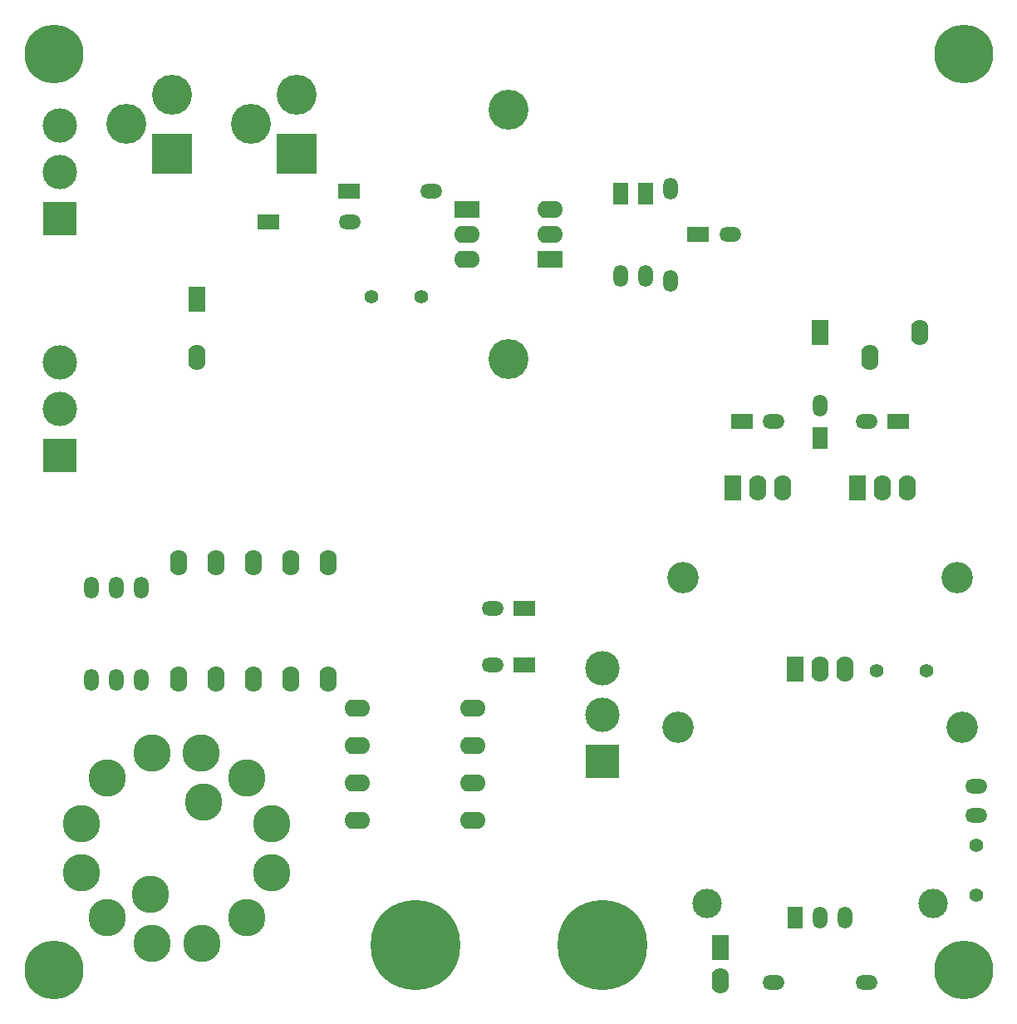
<source format=gts>
G04 (created by PCBNEW (2013-07-07 BZR 4022)-stable) date 4/20/2014 10:40:41 PM*
%MOIN*%
G04 Gerber Fmt 3.4, Leading zero omitted, Abs format*
%FSLAX34Y34*%
G01*
G70*
G90*
G04 APERTURE LIST*
%ADD10C,0.00590551*%
%ADD11R,0.1035X0.069*%
%ADD12O,0.1035X0.069*%
%ADD13O,0.0885X0.059*%
%ADD14O,0.059X0.0885*%
%ADD15R,0.16X0.16*%
%ADD16C,0.16*%
%ADD17O,0.069X0.1035*%
%ADD18C,0.23622*%
%ADD19C,0.055*%
%ADD20R,0.069X0.1035*%
%ADD21R,0.0885X0.059*%
%ADD22R,0.137795X0.137795*%
%ADD23C,0.137795*%
%ADD24C,0.15*%
%ADD25C,0.36*%
%ADD26R,0.059X0.0885*%
%ADD27C,0.125984*%
%ADD28C,0.11811*%
G04 APERTURE END LIST*
G54D10*
G54D11*
X74922Y-54750D03*
G54D12*
X74922Y-53750D03*
X74922Y-52750D03*
G54D11*
X71577Y-52750D03*
G54D12*
X71577Y-53750D03*
X71577Y-54750D03*
G54D13*
X83897Y-83750D03*
X87602Y-83750D03*
G54D14*
X79750Y-55602D03*
X79750Y-51897D03*
G54D15*
X64750Y-50500D03*
G54D16*
X64750Y-48150D03*
X62900Y-49300D03*
G54D17*
X60000Y-71577D03*
X60000Y-66922D03*
X61500Y-71577D03*
X61500Y-66922D03*
X63000Y-71577D03*
X63000Y-66922D03*
X66000Y-71577D03*
X66000Y-66922D03*
X64500Y-71577D03*
X64500Y-66922D03*
G54D12*
X67172Y-77250D03*
X71827Y-77250D03*
X67172Y-75750D03*
X71827Y-75750D03*
X67172Y-74250D03*
X71827Y-74250D03*
X67172Y-72750D03*
X71827Y-72750D03*
G54D14*
X56500Y-71602D03*
X56500Y-67897D03*
X58500Y-71602D03*
X58500Y-67897D03*
X57500Y-71602D03*
X57500Y-67897D03*
G54D15*
X59750Y-50500D03*
G54D16*
X59750Y-48150D03*
X57900Y-49300D03*
G54D18*
X55000Y-83250D03*
X55000Y-46500D03*
X91500Y-46500D03*
X91500Y-83250D03*
G54D19*
X69750Y-56250D03*
X67750Y-56250D03*
G54D20*
X60750Y-56327D03*
G54D17*
X60750Y-58672D03*
G54D21*
X73897Y-71000D03*
G54D13*
X72602Y-71000D03*
G54D21*
X80852Y-53750D03*
G54D13*
X82147Y-53750D03*
G54D21*
X73897Y-68750D03*
G54D13*
X72602Y-68750D03*
G54D16*
X73250Y-58750D03*
X73250Y-48750D03*
G54D22*
X55250Y-53120D03*
G54D23*
X55250Y-51250D03*
X55250Y-49379D03*
G54D22*
X55250Y-62620D03*
G54D23*
X55250Y-60750D03*
X55250Y-58879D03*
G54D22*
X77000Y-74870D03*
G54D23*
X77000Y-73000D03*
X77000Y-71129D03*
G54D20*
X81750Y-82327D03*
G54D17*
X81750Y-83672D03*
G54D24*
X56118Y-79334D03*
X58952Y-82169D03*
X57141Y-81145D03*
X60960Y-82169D03*
X60921Y-74531D03*
X58952Y-74531D03*
X56118Y-77366D03*
X63755Y-77366D03*
X63755Y-79334D03*
X57141Y-75555D03*
X62732Y-75555D03*
X62732Y-81145D03*
X61000Y-76500D03*
X58874Y-80200D03*
G54D25*
X69500Y-82250D03*
X77000Y-82250D03*
G54D26*
X77750Y-52102D03*
G54D14*
X77750Y-55397D03*
G54D26*
X78750Y-52102D03*
G54D14*
X78750Y-55397D03*
G54D21*
X63602Y-53250D03*
G54D13*
X66897Y-53250D03*
G54D21*
X66852Y-52000D03*
G54D13*
X70147Y-52000D03*
G54D19*
X92000Y-78250D03*
X92000Y-80250D03*
X88000Y-71250D03*
X90000Y-71250D03*
G54D14*
X85750Y-81147D03*
X86750Y-81147D03*
G54D26*
X84750Y-81147D03*
G54D20*
X82250Y-63922D03*
G54D17*
X83250Y-63922D03*
X84250Y-63922D03*
G54D20*
X87250Y-63922D03*
G54D17*
X88250Y-63922D03*
X89250Y-63922D03*
G54D21*
X88897Y-61250D03*
G54D13*
X87602Y-61250D03*
G54D21*
X82602Y-61250D03*
G54D13*
X83897Y-61250D03*
G54D26*
X85750Y-61897D03*
G54D14*
X85750Y-60602D03*
G54D17*
X87750Y-58672D03*
G54D20*
X85750Y-57672D03*
G54D17*
X89750Y-57672D03*
G54D27*
X80041Y-73500D03*
X91458Y-73500D03*
G54D13*
X91999Y-75862D03*
G54D28*
X81222Y-80586D03*
G54D13*
X91999Y-77043D03*
G54D28*
X90277Y-80586D03*
G54D27*
X80250Y-67500D03*
X91250Y-67500D03*
G54D20*
X84750Y-71172D03*
G54D17*
X85750Y-71172D03*
X86750Y-71172D03*
M02*

</source>
